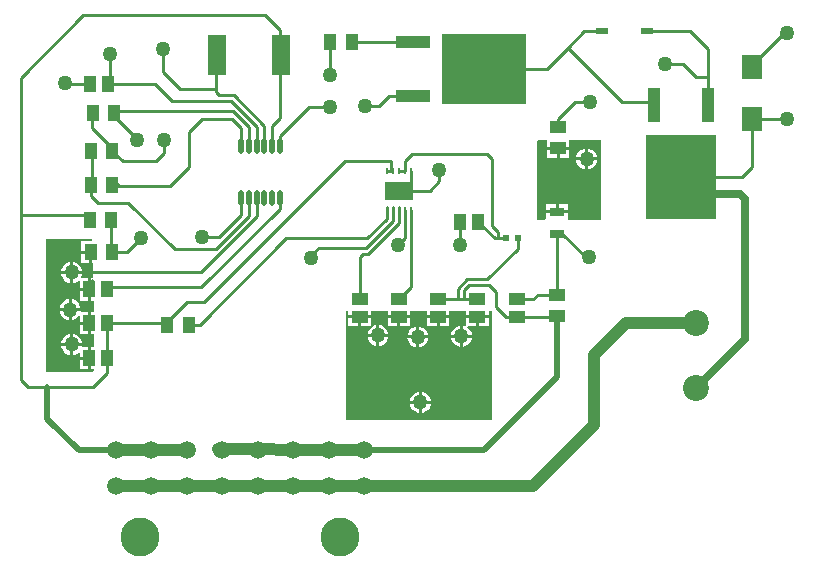
<source format=gtl>
G04*
G04 #@! TF.GenerationSoftware,Altium Limited,Altium Designer,19.0.15 (446)*
G04*
G04 Layer_Physical_Order=1*
G04 Layer_Color=255*
%FSLAX25Y25*%
%MOIN*%
G70*
G01*
G75*
%ADD14C,0.01000*%
%ADD15R,0.28347X0.23819*%
%ADD16R,0.11811X0.03937*%
%ADD17R,0.04134X0.02362*%
%ADD18R,0.05315X0.04331*%
%ADD19R,0.04331X0.05315*%
%ADD20R,0.05118X0.02756*%
%ADD21O,0.01968X0.05315*%
%ADD22R,0.03937X0.05512*%
%ADD23R,0.00984X0.02165*%
%ADD24R,0.09449X0.06299*%
%ADD25R,0.05512X0.03937*%
%ADD26R,0.03937X0.11811*%
%ADD27R,0.23819X0.28347*%
%ADD28R,0.07087X0.08268*%
%ADD29R,0.06299X0.13780*%
%ADD30R,0.02362X0.01968*%
%ADD52C,0.03937*%
%ADD53C,0.02500*%
%ADD54C,0.01968*%
%ADD55C,0.08661*%
%ADD56C,0.05906*%
%ADD57C,0.12992*%
%ADD58C,0.05000*%
G36*
X74103Y119100D02*
X73763Y118618D01*
X70457D01*
Y115461D01*
X73622D01*
Y114961D01*
X74122D01*
Y111303D01*
X74483D01*
X74525Y106719D01*
X74173Y106364D01*
X73722D01*
Y102608D01*
Y98852D01*
X74597D01*
X74628Y95450D01*
X74276Y95095D01*
X73728D01*
Y91339D01*
Y87583D01*
X74700D01*
X74735Y83836D01*
X74383Y83480D01*
X73722D01*
Y79724D01*
Y75969D01*
X74610D01*
X74697Y75598D01*
X74354Y75197D01*
X58661D01*
Y106693D01*
Y119291D01*
X74024D01*
X74103Y119100D01*
D02*
G37*
G36*
X207465Y59055D02*
X158661D01*
Y95323D01*
X159537D01*
Y94004D01*
X163293D01*
X167049D01*
Y95323D01*
X172622D01*
Y94004D01*
X176378D01*
X180134D01*
Y95323D01*
X185730D01*
Y94004D01*
X189486D01*
X193242D01*
Y95323D01*
X198827D01*
Y94004D01*
X202583D01*
X206339D01*
Y95323D01*
X207465D01*
Y59055D01*
D02*
G37*
G36*
X225870Y152228D02*
Y150106D01*
X233185D01*
Y152228D01*
X243701D01*
Y125850D01*
X233063Y125850D01*
X232693Y126165D01*
X232693Y126350D01*
Y128043D01*
X229134D01*
X225575D01*
Y126350D01*
X225205Y125850D01*
X222441D01*
Y151728D01*
X222698Y152228D01*
X225870D01*
D02*
G37*
%LPC*%
G36*
X73122Y114461D02*
X70457D01*
Y111303D01*
X73122D01*
Y114461D01*
D02*
G37*
G36*
X67823Y111732D02*
Y108768D01*
X70787D01*
X70733Y109181D01*
X70380Y110033D01*
X69819Y110764D01*
X69088Y111325D01*
X68237Y111678D01*
X67823Y111732D01*
D02*
G37*
G36*
X66823D02*
X66409Y111678D01*
X65558Y111325D01*
X64827Y110764D01*
X64266Y110033D01*
X63913Y109181D01*
X63858Y108768D01*
X66823D01*
Y111732D01*
D02*
G37*
G36*
Y107768D02*
X63858D01*
X63913Y107354D01*
X64266Y106503D01*
X64827Y105772D01*
X65558Y105210D01*
X66409Y104858D01*
X66823Y104803D01*
Y107768D01*
D02*
G37*
G36*
X70787D02*
X67823D01*
Y104803D01*
X68237Y104858D01*
X69088Y105210D01*
X69754Y105721D01*
X70254Y105601D01*
Y103108D01*
X72722D01*
Y106364D01*
X70864D01*
X70530Y106864D01*
X70733Y107354D01*
X70787Y107768D01*
D02*
G37*
G36*
X72722Y102108D02*
X70254D01*
Y98852D01*
X72722D01*
Y102108D01*
D02*
G37*
G36*
X67323Y99315D02*
Y96350D01*
X70287D01*
X70233Y96764D01*
X69880Y97615D01*
X69319Y98347D01*
X68588Y98908D01*
X67737Y99260D01*
X67323Y99315D01*
D02*
G37*
G36*
X66323D02*
X65909Y99260D01*
X65058Y98908D01*
X64327Y98347D01*
X63766Y97615D01*
X63413Y96764D01*
X63358Y96350D01*
X66323D01*
Y99315D01*
D02*
G37*
G36*
Y95350D02*
X63358D01*
X63413Y94937D01*
X63766Y94085D01*
X64327Y93354D01*
X65058Y92793D01*
X65909Y92440D01*
X66323Y92386D01*
Y95350D01*
D02*
G37*
G36*
X70533D02*
X67323D01*
Y92386D01*
X67737Y92440D01*
X68588Y92793D01*
X69319Y93354D01*
X69760Y93929D01*
X70260Y93759D01*
Y91839D01*
X72728D01*
Y95095D01*
X70758D01*
X70533Y95350D01*
D02*
G37*
G36*
X72728Y90839D02*
X70260D01*
Y87583D01*
X72728D01*
Y90839D01*
D02*
G37*
G36*
X67823Y87716D02*
Y84752D01*
X70787D01*
X70733Y85166D01*
X70380Y86017D01*
X69819Y86748D01*
X69088Y87309D01*
X68237Y87662D01*
X67823Y87716D01*
D02*
G37*
G36*
X66823D02*
X66409Y87662D01*
X65558Y87309D01*
X64827Y86748D01*
X64266Y86017D01*
X63913Y85166D01*
X63858Y84752D01*
X66823D01*
Y87716D01*
D02*
G37*
G36*
Y83752D02*
X63858D01*
X63913Y83338D01*
X64266Y82487D01*
X64827Y81756D01*
X65558Y81195D01*
X66409Y80842D01*
X66823Y80788D01*
Y83752D01*
D02*
G37*
G36*
X70892D02*
X67823D01*
Y80788D01*
X68237Y80842D01*
X69088Y81195D01*
X69754Y81706D01*
X70254Y81585D01*
Y80224D01*
X72722D01*
Y83480D01*
X71131D01*
X70892Y83752D01*
D02*
G37*
G36*
X72722Y79224D02*
X70254D01*
Y75969D01*
X72722D01*
Y79224D01*
D02*
G37*
G36*
X206339Y93004D02*
X203083D01*
Y90535D01*
X206339D01*
Y93004D01*
D02*
G37*
G36*
X193242D02*
X189986D01*
Y90535D01*
X193242D01*
Y93004D01*
D02*
G37*
G36*
X188986D02*
X185730D01*
Y90535D01*
X188986D01*
Y93004D01*
D02*
G37*
G36*
X180134D02*
X176878D01*
Y90535D01*
X180134D01*
Y93004D01*
D02*
G37*
G36*
X175878D02*
X172622D01*
Y90535D01*
X175878D01*
Y93004D01*
D02*
G37*
G36*
X167049D02*
X163793D01*
Y90535D01*
X167049D01*
Y93004D01*
D02*
G37*
G36*
X162793D02*
X159537D01*
Y90535D01*
X162793D01*
Y93004D01*
D02*
G37*
G36*
X202083D02*
X198827D01*
Y90833D01*
X198827Y90682D01*
X198639Y90509D01*
X198158Y90418D01*
X197744Y90472D01*
Y87508D01*
X200709D01*
X200654Y87922D01*
X200301Y88773D01*
X199740Y89504D01*
X199048Y90035D01*
X199047Y90091D01*
X199366Y90535D01*
X202083D01*
Y93004D01*
D02*
G37*
G36*
X169925Y90716D02*
Y87752D01*
X172890D01*
X172835Y88165D01*
X172482Y89017D01*
X171921Y89748D01*
X171190Y90309D01*
X170339Y90662D01*
X169925Y90716D01*
D02*
G37*
G36*
X168925D02*
X168511Y90662D01*
X167660Y90309D01*
X166929Y89748D01*
X166368Y89017D01*
X166015Y88165D01*
X165961Y87752D01*
X168925D01*
Y90716D01*
D02*
G37*
G36*
X196744Y90472D02*
X196330Y90418D01*
X195479Y90065D01*
X194748Y89504D01*
X194187Y88773D01*
X193834Y87922D01*
X193780Y87508D01*
X196744D01*
Y90472D01*
D02*
G37*
G36*
X183177Y90213D02*
Y87248D01*
X186142D01*
X186087Y87662D01*
X185734Y88513D01*
X185173Y89244D01*
X184442Y89805D01*
X183591Y90158D01*
X183177Y90213D01*
D02*
G37*
G36*
X182177D02*
X181764Y90158D01*
X180912Y89805D01*
X180181Y89244D01*
X179620Y88513D01*
X179267Y87662D01*
X179213Y87248D01*
X182177D01*
Y90213D01*
D02*
G37*
G36*
X172890Y86752D02*
X169925D01*
Y83787D01*
X170339Y83842D01*
X171190Y84195D01*
X171921Y84756D01*
X172482Y85487D01*
X172835Y86338D01*
X172890Y86752D01*
D02*
G37*
G36*
X168925D02*
X165961D01*
X166015Y86338D01*
X166368Y85487D01*
X166929Y84756D01*
X167660Y84195D01*
X168511Y83842D01*
X168925Y83787D01*
Y86752D01*
D02*
G37*
G36*
X200709Y86508D02*
X197744D01*
Y83543D01*
X198158Y83598D01*
X199009Y83951D01*
X199740Y84512D01*
X200301Y85243D01*
X200654Y86094D01*
X200709Y86508D01*
D02*
G37*
G36*
X196744D02*
X193780D01*
X193834Y86094D01*
X194187Y85243D01*
X194748Y84512D01*
X195479Y83951D01*
X196330Y83598D01*
X196744Y83543D01*
Y86508D01*
D02*
G37*
G36*
X186142Y86248D02*
X183177D01*
Y83284D01*
X183591Y83338D01*
X184442Y83691D01*
X185173Y84252D01*
X185734Y84983D01*
X186087Y85834D01*
X186142Y86248D01*
D02*
G37*
G36*
X182177D02*
X179213D01*
X179267Y85834D01*
X179620Y84983D01*
X180181Y84252D01*
X180912Y83691D01*
X181764Y83338D01*
X182177Y83284D01*
Y86248D01*
D02*
G37*
G36*
X184091Y68425D02*
Y65461D01*
X187055D01*
X187001Y65874D01*
X186648Y66726D01*
X186087Y67457D01*
X185356Y68018D01*
X184504Y68370D01*
X184091Y68425D01*
D02*
G37*
G36*
X183091D02*
X182677Y68370D01*
X181826Y68018D01*
X181095Y67457D01*
X180534Y66726D01*
X180181Y65874D01*
X180127Y65461D01*
X183091D01*
Y68425D01*
D02*
G37*
G36*
X187055Y64461D02*
X184091D01*
Y61496D01*
X184504Y61551D01*
X185356Y61903D01*
X186087Y62464D01*
X186648Y63196D01*
X187001Y64047D01*
X187055Y64461D01*
D02*
G37*
G36*
X183091D02*
X180127D01*
X180181Y64047D01*
X180534Y63196D01*
X181095Y62464D01*
X181826Y61903D01*
X182677Y61551D01*
X183091Y61496D01*
Y64461D01*
D02*
G37*
G36*
X239476Y149527D02*
Y146563D01*
X242441D01*
X242386Y146977D01*
X242034Y147828D01*
X241473Y148559D01*
X240741Y149120D01*
X239890Y149473D01*
X239476Y149527D01*
D02*
G37*
G36*
X238476D02*
X238063Y149473D01*
X237211Y149120D01*
X236480Y148559D01*
X235919Y147828D01*
X235566Y146977D01*
X235512Y146563D01*
X238476D01*
Y149527D01*
D02*
G37*
G36*
X233185Y149106D02*
X230028D01*
Y146441D01*
X233185D01*
Y149106D01*
D02*
G37*
G36*
X229028D02*
X225870D01*
Y146441D01*
X229028D01*
Y149106D01*
D02*
G37*
G36*
X242441Y145563D02*
X239476D01*
Y142599D01*
X239890Y142653D01*
X240741Y143006D01*
X241473Y143567D01*
X242034Y144298D01*
X242386Y145149D01*
X242441Y145563D01*
D02*
G37*
G36*
X238476D02*
X235512D01*
X235566Y145149D01*
X235919Y144298D01*
X236480Y143567D01*
X237211Y143006D01*
X238063Y142653D01*
X238476Y142599D01*
Y145563D01*
D02*
G37*
G36*
X232693Y130921D02*
X229634D01*
Y129043D01*
X232693D01*
Y130921D01*
D02*
G37*
G36*
X228634D02*
X225575D01*
Y129043D01*
X228634D01*
Y130921D01*
D02*
G37*
%LPD*%
D14*
X196788Y117386D02*
X196850Y117323D01*
X196788Y117386D02*
Y125197D01*
X174417Y125392D02*
Y129921D01*
X228937Y93504D02*
X229134D01*
X215679D02*
X228937D01*
X238675Y113293D02*
X239764D01*
X230906Y121063D02*
X238675Y113293D01*
X229134Y121063D02*
X230906D01*
X116142Y49291D02*
X117530Y49250D01*
X59055Y70079D02*
X74410D01*
X52756D02*
X59055D01*
X291929Y177756D02*
X294291D01*
X105709Y37087D02*
X117520D01*
X93898D02*
X105709D01*
X117520D02*
X129331D01*
X116142Y49291D02*
X117520Y48898D01*
X136713Y159718D02*
Y188976D01*
X173622Y141929D02*
Y145276D01*
X98813Y91333D02*
X100354D01*
X79128D02*
X98813D01*
X50532Y127421D02*
X73622D01*
X80216Y150492D02*
X81299D01*
X74213Y156496D02*
Y162047D01*
Y156496D02*
X80216Y150492D01*
X306299Y159843D02*
X306693Y159449D01*
X81496Y162047D02*
X121049D01*
X294094Y143504D02*
Y159449D01*
X290748Y140157D02*
X294094Y143504D01*
Y159449D02*
X305906D01*
X270472Y140157D02*
X290748D01*
X279449Y173327D02*
Y182677D01*
X273543Y188583D02*
X279449Y182677D01*
X304724Y188189D02*
X305906D01*
X294291Y177756D02*
X304724Y188189D01*
X279449Y163976D02*
Y173327D01*
X275492D02*
X279449D01*
X271260Y177559D02*
X275492Y173327D01*
X264961Y177559D02*
X271260D01*
X229528Y156693D02*
Y159252D01*
X235236Y164961D01*
X240158D01*
X259154Y188583D02*
X273543D01*
X50394Y72441D02*
Y127559D01*
X50532Y127421D01*
X105827Y98347D02*
X111339D01*
X98813Y91333D02*
X105827Y98347D01*
X260512Y164961D02*
X261496Y163976D01*
X250803Y164961D02*
X260512D01*
X232685Y183079D02*
X250803Y164961D01*
X232685Y183079D02*
X238189Y188583D01*
X225669Y176063D02*
X232685Y183079D01*
X238189Y188583D02*
X243209D01*
X204921Y176063D02*
X225669D01*
X169921Y163779D02*
X173228Y167087D01*
X164961Y163779D02*
X169921D01*
X80709Y123622D02*
Y127421D01*
X136713Y153642D02*
X146457Y163386D01*
X136713Y150492D02*
Y153642D01*
X146457Y163386D02*
X153543D01*
X115453Y168405D02*
X116504Y167354D01*
X115453Y168405D02*
Y169291D01*
X116504Y167354D02*
X121399D01*
X103543Y169291D02*
X115453D01*
X97638Y175197D02*
X103543Y169291D01*
X115453D02*
Y179921D01*
X97638Y175197D02*
Y182677D01*
X173228Y167087D02*
X181102D01*
X160630Y185039D02*
X181102D01*
X180709Y147638D02*
X205732D01*
X178362Y145291D02*
X180709Y147638D01*
X205732D02*
X207425Y145946D01*
X209449Y119629D02*
X212205D01*
X208268D02*
X209449D01*
Y121598D01*
X207425Y123622D02*
X209449Y121598D01*
X207425Y123622D02*
Y145946D01*
X180315Y135433D02*
X186614D01*
X180315D02*
X180354Y135472D01*
Y141929D01*
X189764Y138583D02*
Y142520D01*
X186614Y135433D02*
X189764Y138583D01*
X178362Y141929D02*
Y145291D01*
Y141929D02*
X178386D01*
X176417D02*
X178362D01*
X158268Y145276D02*
X173622D01*
X111339Y98347D02*
X158268Y145276D01*
X172480Y141929D02*
X173622D01*
X197638Y99410D02*
X202583D01*
X196034D02*
X197638D01*
X198031Y99803D01*
Y102362D01*
X199606Y103937D01*
X206299D01*
X208661Y101575D01*
Y96850D02*
Y101575D01*
Y96850D02*
X212008Y93504D01*
X215679D01*
X199213Y105905D02*
X205906D01*
X189486Y99410D02*
X196034D01*
Y102727D01*
X199213Y105905D01*
X205906D02*
X216142Y116142D01*
X222638Y100787D02*
X229134D01*
X221260Y99410D02*
X222638Y100787D01*
X215679Y99410D02*
X221260D01*
X228937Y93504D02*
X229134Y93701D01*
X216142Y116142D02*
Y119629D01*
X202756Y125141D02*
X208268Y119629D01*
X175984Y117323D02*
X178386Y119724D01*
X180354Y103386D02*
Y129134D01*
X176417Y124564D02*
Y129134D01*
X172417Y126221D02*
Y129921D01*
X165826Y119629D02*
X172417Y126221D01*
X178386Y119724D02*
Y129134D01*
X166251Y114398D02*
X176417Y124564D01*
X165423Y116398D02*
X174417Y125392D01*
X229134Y100787D02*
Y121063D01*
X229134Y100787D02*
X229134Y100787D01*
X147244Y114035D02*
X149606Y116398D01*
X147244Y112992D02*
Y114035D01*
X176378Y99410D02*
X180354Y103386D01*
X176417Y129134D02*
Y129921D01*
X163293Y99410D02*
Y113293D01*
X164398Y114398D01*
X166251D01*
X138881Y119629D02*
X165826D01*
X106299Y90839D02*
X110090D01*
X138881Y119629D01*
X149606Y116398D02*
X165423D01*
X79128Y79725D02*
Y91333D01*
X50394Y127559D02*
Y173110D01*
X71260Y193976D01*
X50394Y72441D02*
X52756Y70079D01*
X81299Y138780D02*
X83071Y137008D01*
X106299Y143307D02*
Y155118D01*
X100000Y137008D02*
X106299Y143307D01*
X83071Y137008D02*
X100000D01*
X215354Y100984D02*
X216142Y100197D01*
X305906Y159449D02*
Y159449D01*
X305906D02*
X306693D01*
X305906D02*
X306299Y159843D01*
X79128Y74797D02*
Y79725D01*
X74410Y70079D02*
X79128Y74797D01*
X85827Y114961D02*
X90551Y119685D01*
X80709Y114961D02*
X85827D01*
X202953Y94528D02*
X204331D01*
X110309Y108268D02*
X128961Y126920D01*
X73481Y108268D02*
X110309D01*
X72567Y109181D02*
X73481Y108268D01*
X136638Y129551D02*
Y132972D01*
X110531Y103445D02*
X136638Y129551D01*
X80118Y103445D02*
X110531D01*
X136638Y132972D02*
X136713D01*
X110630Y159449D02*
X120819D01*
X106299Y155118D02*
X110630Y159449D01*
X123917Y127533D02*
Y132972D01*
X116463Y120079D02*
X123917Y127533D01*
X110630Y120079D02*
X116463D01*
X115291Y116079D02*
X126402Y127189D01*
X86221Y131496D02*
X101638Y116079D01*
X115291D01*
X80911Y148734D02*
X84370Y145276D01*
X95276D01*
X98032Y148031D01*
Y152362D01*
X74213Y138780D02*
Y150492D01*
X75984Y131496D02*
X86221D01*
X73825Y133656D02*
X75984Y131496D01*
X128961Y126920D02*
Y132898D01*
X129035Y132972D01*
X126402Y132898D02*
X126476Y132972D01*
X126402Y127189D02*
Y132898D01*
X73825Y133656D02*
Y137292D01*
X81496Y160236D02*
X88976Y152756D01*
Y152362D02*
Y152756D01*
X81496Y160236D02*
Y161417D01*
X64961Y171260D02*
X65197Y171024D01*
X73419D01*
X80506Y115163D02*
X80709Y114961D01*
X80506Y115163D02*
Y125850D01*
X79325Y171024D02*
X80118Y171817D01*
Y181102D01*
X153543Y174016D02*
Y185039D01*
X80118Y171024D02*
X95118D01*
X74213Y103445D02*
Y105709D01*
X95118Y171024D02*
X100787Y165354D01*
X134153Y150492D02*
Y157159D01*
X136713Y159718D01*
X131595Y150492D02*
Y157159D01*
X121399Y167354D02*
X131595Y157159D01*
X131713Y193976D02*
X136713Y188976D01*
X71260Y193976D02*
X131713D01*
X123917Y150492D02*
Y156351D01*
X120819Y159449D02*
X123917Y156351D01*
X126476Y150492D02*
Y156620D01*
X121049Y162047D02*
X126476Y156620D01*
X129035Y150492D02*
Y156890D01*
X120571Y165354D02*
X129035Y156890D01*
X100787Y165354D02*
X120571D01*
D15*
X204921Y176063D02*
D03*
D16*
X181102Y167087D02*
D03*
Y185039D02*
D03*
D17*
X243996Y188583D02*
D03*
X259154D02*
D03*
D18*
X229134Y93701D02*
D03*
Y100787D02*
D03*
X229528Y149606D02*
D03*
Y156693D02*
D03*
D19*
X99213Y90839D02*
D03*
X106299D02*
D03*
X153543Y185039D02*
D03*
X160630D02*
D03*
X80709Y114961D02*
D03*
X73622D02*
D03*
X73419Y125850D02*
D03*
X80506D02*
D03*
X81496Y161417D02*
D03*
X74410D02*
D03*
X80911Y137292D02*
D03*
X73825D02*
D03*
X80911Y148734D02*
D03*
X73825D02*
D03*
D20*
X229134Y121063D02*
D03*
Y128543D02*
D03*
D21*
X123917Y132972D02*
D03*
X126476D02*
D03*
X129035D02*
D03*
X131595D02*
D03*
X134153D02*
D03*
X136713D02*
D03*
X123917Y150492D02*
D03*
X126476D02*
D03*
X129035D02*
D03*
X131595D02*
D03*
X134153D02*
D03*
X136713D02*
D03*
D22*
X73419Y171024D02*
D03*
X79325D02*
D03*
X196788Y125197D02*
D03*
X202693D02*
D03*
X73222Y79725D02*
D03*
X79128D02*
D03*
X73222Y102608D02*
D03*
X79128D02*
D03*
X73228Y91339D02*
D03*
X79134D02*
D03*
D23*
X172480Y129134D02*
D03*
X174449D02*
D03*
X176417D02*
D03*
X178386D02*
D03*
X180354D02*
D03*
Y141929D02*
D03*
X178386D02*
D03*
X176417D02*
D03*
X174449D02*
D03*
X172480D02*
D03*
D24*
X176417Y135433D02*
D03*
D25*
X176378Y93504D02*
D03*
Y99410D02*
D03*
X163293Y93504D02*
D03*
Y99410D02*
D03*
X202583Y93504D02*
D03*
Y99410D02*
D03*
X189486Y93504D02*
D03*
Y99410D02*
D03*
X215679D02*
D03*
Y93504D02*
D03*
D26*
X279449Y163976D02*
D03*
X261496D02*
D03*
D27*
X270472Y140157D02*
D03*
D28*
X294094Y159449D02*
D03*
Y176772D02*
D03*
D29*
X137008Y180709D02*
D03*
X115748D02*
D03*
D30*
X212205Y119629D02*
D03*
X216142D02*
D03*
D52*
X221074Y37087D02*
X241339Y57352D01*
Y80709D01*
X251969Y91339D01*
X275325D01*
X164764Y37087D02*
X221074D01*
X152954Y49024D02*
X164764Y48898D01*
X141144Y49150D02*
X152954Y49024D01*
X127953Y49291D02*
X129335Y49277D01*
X141144Y49150D01*
X116142Y49291D02*
X127953D01*
X152953Y37087D02*
X164764D01*
X81102Y37008D02*
X152953Y37087D01*
X93898Y48898D02*
X105709D01*
X82087D02*
X93898D01*
D53*
X276378Y134252D02*
X290158D01*
X270472Y140157D02*
X276378Y134252D01*
X290158D02*
X291732Y132677D01*
Y86092D02*
Y132677D01*
X275325Y69685D02*
X291732Y86092D01*
D54*
X229134Y73228D02*
Y93504D01*
X204803Y48898D02*
X229134Y73228D01*
X164764Y48898D02*
X204803D01*
X59055Y59449D02*
X69606Y48898D01*
X59055Y59449D02*
Y70079D01*
X69606Y48898D02*
X82087D01*
D55*
X275325Y69685D02*
D03*
Y91339D02*
D03*
D56*
X82087Y37087D02*
D03*
X93898D02*
D03*
X105709D02*
D03*
X117520D02*
D03*
X129331D02*
D03*
X141142D02*
D03*
X152953D02*
D03*
X164764D02*
D03*
Y48898D02*
D03*
X152953D02*
D03*
X141142D02*
D03*
X129331D02*
D03*
X117520D02*
D03*
X105709D02*
D03*
X93898D02*
D03*
X82087D02*
D03*
D57*
X90158Y20079D02*
D03*
X156693D02*
D03*
D58*
X239764Y113293D02*
D03*
X183591Y64961D02*
D03*
X264961Y177559D02*
D03*
X240158Y164961D02*
D03*
X164961Y163779D02*
D03*
X153543Y163386D02*
D03*
X97638Y182677D02*
D03*
X189764Y142520D02*
D03*
X238976Y146063D02*
D03*
X196850Y117323D02*
D03*
X175984D02*
D03*
X147244Y112992D02*
D03*
X197244Y87008D02*
D03*
X182677Y86748D02*
D03*
X169425Y87252D02*
D03*
X305906Y159449D02*
D03*
Y188189D02*
D03*
X90551Y119685D02*
D03*
X110630Y120079D02*
D03*
X98032Y152362D02*
D03*
X88976D02*
D03*
X64961Y171260D02*
D03*
X67323Y108268D02*
D03*
Y84252D02*
D03*
X66823Y95850D02*
D03*
X80118Y181102D02*
D03*
X153543Y174016D02*
D03*
M02*

</source>
